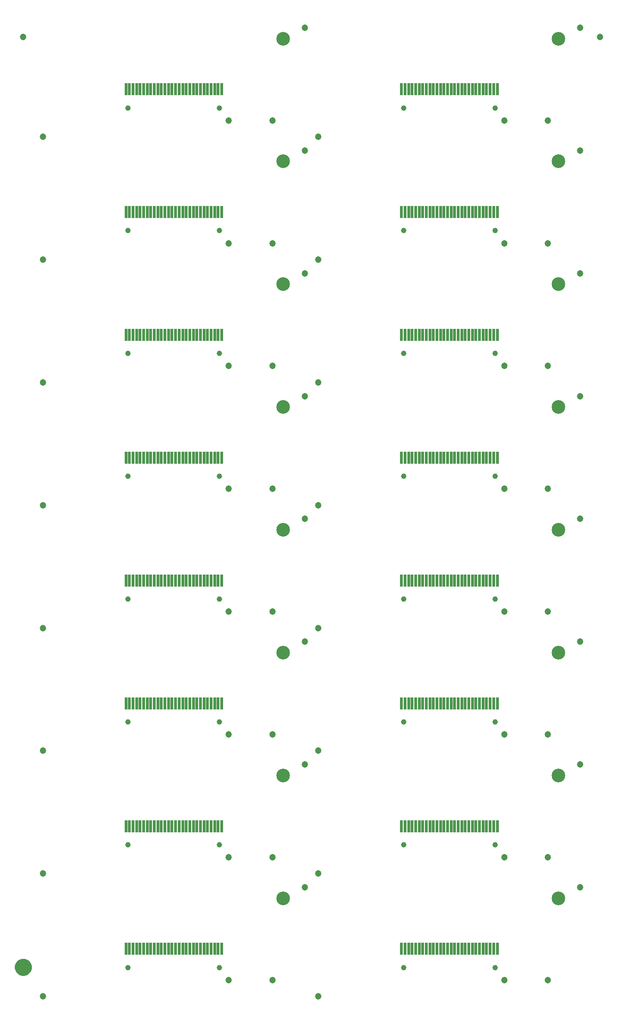
<source format=gbs>
G04 EAGLE Gerber RS-274X export*
G75*
%MOMM*%
%FSLAX34Y34*%
%LPD*%
%INSoldermask Bottom*%
%IPPOS*%
%AMOC8*
5,1,8,0,0,1.08239X$1,22.5*%
G01*
%ADD10R,0.553200X2.203200*%
%ADD11C,1.003200*%
%ADD12C,1.203200*%
%ADD13C,2.503200*%
%ADD14C,1.270000*%
%ADD15C,1.703200*%


D10*
X337750Y97000D03*
X331250Y97000D03*
X324750Y97000D03*
X318250Y97000D03*
X311750Y97000D03*
X305250Y97000D03*
X298750Y97000D03*
X292250Y97000D03*
X285750Y97000D03*
X279250Y97000D03*
X272750Y97000D03*
X266250Y97000D03*
X259750Y97000D03*
X253250Y97000D03*
X246750Y97000D03*
X240250Y97000D03*
X233750Y97000D03*
X227250Y97000D03*
X220750Y97000D03*
X214250Y97000D03*
X207750Y97000D03*
X201250Y97000D03*
X194750Y97000D03*
X188250Y97000D03*
X181750Y97000D03*
X175250Y97000D03*
X168750Y97000D03*
X162250Y97000D03*
D11*
X166250Y63000D03*
X333750Y63000D03*
D12*
X10000Y10000D03*
X490000Y210000D03*
D13*
X450000Y190000D03*
D12*
X430500Y40000D03*
X350500Y40000D03*
D10*
X842829Y97000D03*
X836329Y97000D03*
X829829Y97000D03*
X823329Y97000D03*
X816829Y97000D03*
X810329Y97000D03*
X803829Y97000D03*
X797329Y97000D03*
X790829Y97000D03*
X784329Y97000D03*
X777829Y97000D03*
X771329Y97000D03*
X764829Y97000D03*
X758329Y97000D03*
X751829Y97000D03*
X745329Y97000D03*
X738829Y97000D03*
X732329Y97000D03*
X725829Y97000D03*
X719329Y97000D03*
X712829Y97000D03*
X706329Y97000D03*
X699829Y97000D03*
X693329Y97000D03*
X686829Y97000D03*
X680329Y97000D03*
X673829Y97000D03*
X667329Y97000D03*
D11*
X671329Y63000D03*
X838829Y63000D03*
D12*
X515079Y10000D03*
X995079Y210000D03*
D13*
X955079Y190000D03*
D12*
X935579Y40000D03*
X855579Y40000D03*
D10*
X337750Y322069D03*
X331250Y322069D03*
X324750Y322069D03*
X318250Y322069D03*
X311750Y322069D03*
X305250Y322069D03*
X298750Y322069D03*
X292250Y322069D03*
X285750Y322069D03*
X279250Y322069D03*
X272750Y322069D03*
X266250Y322069D03*
X259750Y322069D03*
X253250Y322069D03*
X246750Y322069D03*
X240250Y322069D03*
X233750Y322069D03*
X227250Y322069D03*
X220750Y322069D03*
X214250Y322069D03*
X207750Y322069D03*
X201250Y322069D03*
X194750Y322069D03*
X188250Y322069D03*
X181750Y322069D03*
X175250Y322069D03*
X168750Y322069D03*
X162250Y322069D03*
D11*
X166250Y288069D03*
X333750Y288069D03*
D12*
X10000Y235069D03*
X490000Y435069D03*
D13*
X450000Y415069D03*
D12*
X430500Y265069D03*
X350500Y265069D03*
D10*
X842829Y322069D03*
X836329Y322069D03*
X829829Y322069D03*
X823329Y322069D03*
X816829Y322069D03*
X810329Y322069D03*
X803829Y322069D03*
X797329Y322069D03*
X790829Y322069D03*
X784329Y322069D03*
X777829Y322069D03*
X771329Y322069D03*
X764829Y322069D03*
X758329Y322069D03*
X751829Y322069D03*
X745329Y322069D03*
X738829Y322069D03*
X732329Y322069D03*
X725829Y322069D03*
X719329Y322069D03*
X712829Y322069D03*
X706329Y322069D03*
X699829Y322069D03*
X693329Y322069D03*
X686829Y322069D03*
X680329Y322069D03*
X673829Y322069D03*
X667329Y322069D03*
D11*
X671329Y288069D03*
X838829Y288069D03*
D12*
X515079Y235069D03*
X995079Y435069D03*
D13*
X955079Y415069D03*
D12*
X935579Y265069D03*
X855579Y265069D03*
D10*
X337750Y547164D03*
X331250Y547164D03*
X324750Y547164D03*
X318250Y547164D03*
X311750Y547164D03*
X305250Y547164D03*
X298750Y547164D03*
X292250Y547164D03*
X285750Y547164D03*
X279250Y547164D03*
X272750Y547164D03*
X266250Y547164D03*
X259750Y547164D03*
X253250Y547164D03*
X246750Y547164D03*
X240250Y547164D03*
X233750Y547164D03*
X227250Y547164D03*
X220750Y547164D03*
X214250Y547164D03*
X207750Y547164D03*
X201250Y547164D03*
X194750Y547164D03*
X188250Y547164D03*
X181750Y547164D03*
X175250Y547164D03*
X168750Y547164D03*
X162250Y547164D03*
D11*
X166250Y513164D03*
X333750Y513164D03*
D12*
X10000Y460164D03*
X490000Y660164D03*
D13*
X450000Y640164D03*
D12*
X430500Y490164D03*
X350500Y490164D03*
D10*
X842829Y547164D03*
X836329Y547164D03*
X829829Y547164D03*
X823329Y547164D03*
X816829Y547164D03*
X810329Y547164D03*
X803829Y547164D03*
X797329Y547164D03*
X790829Y547164D03*
X784329Y547164D03*
X777829Y547164D03*
X771329Y547164D03*
X764829Y547164D03*
X758329Y547164D03*
X751829Y547164D03*
X745329Y547164D03*
X738829Y547164D03*
X732329Y547164D03*
X725829Y547164D03*
X719329Y547164D03*
X712829Y547164D03*
X706329Y547164D03*
X699829Y547164D03*
X693329Y547164D03*
X686829Y547164D03*
X680329Y547164D03*
X673829Y547164D03*
X667329Y547164D03*
D11*
X671329Y513164D03*
X838829Y513164D03*
D12*
X515079Y460164D03*
X995079Y660164D03*
D13*
X955079Y640164D03*
D12*
X935579Y490164D03*
X855579Y490164D03*
D10*
X337750Y772234D03*
X331250Y772234D03*
X324750Y772234D03*
X318250Y772234D03*
X311750Y772234D03*
X305250Y772234D03*
X298750Y772234D03*
X292250Y772234D03*
X285750Y772234D03*
X279250Y772234D03*
X272750Y772234D03*
X266250Y772234D03*
X259750Y772234D03*
X253250Y772234D03*
X246750Y772234D03*
X240250Y772234D03*
X233750Y772234D03*
X227250Y772234D03*
X220750Y772234D03*
X214250Y772234D03*
X207750Y772234D03*
X201250Y772234D03*
X194750Y772234D03*
X188250Y772234D03*
X181750Y772234D03*
X175250Y772234D03*
X168750Y772234D03*
X162250Y772234D03*
D11*
X166250Y738234D03*
X333750Y738234D03*
D12*
X10000Y685234D03*
X490000Y885234D03*
D13*
X450000Y865234D03*
D12*
X430500Y715234D03*
X350500Y715234D03*
D10*
X842829Y772234D03*
X836329Y772234D03*
X829829Y772234D03*
X823329Y772234D03*
X816829Y772234D03*
X810329Y772234D03*
X803829Y772234D03*
X797329Y772234D03*
X790829Y772234D03*
X784329Y772234D03*
X777829Y772234D03*
X771329Y772234D03*
X764829Y772234D03*
X758329Y772234D03*
X751829Y772234D03*
X745329Y772234D03*
X738829Y772234D03*
X732329Y772234D03*
X725829Y772234D03*
X719329Y772234D03*
X712829Y772234D03*
X706329Y772234D03*
X699829Y772234D03*
X693329Y772234D03*
X686829Y772234D03*
X680329Y772234D03*
X673829Y772234D03*
X667329Y772234D03*
D11*
X671329Y738234D03*
X838829Y738234D03*
D12*
X515079Y685234D03*
X995079Y885234D03*
D13*
X955079Y865234D03*
D12*
X935579Y715234D03*
X855579Y715234D03*
D10*
X337750Y997328D03*
X331250Y997328D03*
X324750Y997328D03*
X318250Y997328D03*
X311750Y997328D03*
X305250Y997328D03*
X298750Y997328D03*
X292250Y997328D03*
X285750Y997328D03*
X279250Y997328D03*
X272750Y997328D03*
X266250Y997328D03*
X259750Y997328D03*
X253250Y997328D03*
X246750Y997328D03*
X240250Y997328D03*
X233750Y997328D03*
X227250Y997328D03*
X220750Y997328D03*
X214250Y997328D03*
X207750Y997328D03*
X201250Y997328D03*
X194750Y997328D03*
X188250Y997328D03*
X181750Y997328D03*
X175250Y997328D03*
X168750Y997328D03*
X162250Y997328D03*
D11*
X166250Y963328D03*
X333750Y963328D03*
D12*
X10000Y910328D03*
X490000Y1110328D03*
D13*
X450000Y1090328D03*
D12*
X430500Y940328D03*
X350500Y940328D03*
D10*
X842829Y997328D03*
X836329Y997328D03*
X829829Y997328D03*
X823329Y997328D03*
X816829Y997328D03*
X810329Y997328D03*
X803829Y997328D03*
X797329Y997328D03*
X790829Y997328D03*
X784329Y997328D03*
X777829Y997328D03*
X771329Y997328D03*
X764829Y997328D03*
X758329Y997328D03*
X751829Y997328D03*
X745329Y997328D03*
X738829Y997328D03*
X732329Y997328D03*
X725829Y997328D03*
X719329Y997328D03*
X712829Y997328D03*
X706329Y997328D03*
X699829Y997328D03*
X693329Y997328D03*
X686829Y997328D03*
X680329Y997328D03*
X673829Y997328D03*
X667329Y997328D03*
D11*
X671329Y963328D03*
X838829Y963328D03*
D12*
X515079Y910328D03*
X995079Y1110328D03*
D13*
X955079Y1090328D03*
D12*
X935579Y940328D03*
X855579Y940328D03*
D10*
X337750Y1222398D03*
X331250Y1222398D03*
X324750Y1222398D03*
X318250Y1222398D03*
X311750Y1222398D03*
X305250Y1222398D03*
X298750Y1222398D03*
X292250Y1222398D03*
X285750Y1222398D03*
X279250Y1222398D03*
X272750Y1222398D03*
X266250Y1222398D03*
X259750Y1222398D03*
X253250Y1222398D03*
X246750Y1222398D03*
X240250Y1222398D03*
X233750Y1222398D03*
X227250Y1222398D03*
X220750Y1222398D03*
X214250Y1222398D03*
X207750Y1222398D03*
X201250Y1222398D03*
X194750Y1222398D03*
X188250Y1222398D03*
X181750Y1222398D03*
X175250Y1222398D03*
X168750Y1222398D03*
X162250Y1222398D03*
D11*
X166250Y1188398D03*
X333750Y1188398D03*
D12*
X10000Y1135398D03*
X490000Y1335398D03*
D13*
X450000Y1315398D03*
D12*
X430500Y1165398D03*
X350500Y1165398D03*
D10*
X842829Y1222398D03*
X836329Y1222398D03*
X829829Y1222398D03*
X823329Y1222398D03*
X816829Y1222398D03*
X810329Y1222398D03*
X803829Y1222398D03*
X797329Y1222398D03*
X790829Y1222398D03*
X784329Y1222398D03*
X777829Y1222398D03*
X771329Y1222398D03*
X764829Y1222398D03*
X758329Y1222398D03*
X751829Y1222398D03*
X745329Y1222398D03*
X738829Y1222398D03*
X732329Y1222398D03*
X725829Y1222398D03*
X719329Y1222398D03*
X712829Y1222398D03*
X706329Y1222398D03*
X699829Y1222398D03*
X693329Y1222398D03*
X686829Y1222398D03*
X680329Y1222398D03*
X673829Y1222398D03*
X667329Y1222398D03*
D11*
X671329Y1188398D03*
X838829Y1188398D03*
D12*
X515079Y1135398D03*
X995079Y1335398D03*
D13*
X955079Y1315398D03*
D12*
X935579Y1165398D03*
X855579Y1165398D03*
D10*
X337750Y1447493D03*
X331250Y1447493D03*
X324750Y1447493D03*
X318250Y1447493D03*
X311750Y1447493D03*
X305250Y1447493D03*
X298750Y1447493D03*
X292250Y1447493D03*
X285750Y1447493D03*
X279250Y1447493D03*
X272750Y1447493D03*
X266250Y1447493D03*
X259750Y1447493D03*
X253250Y1447493D03*
X246750Y1447493D03*
X240250Y1447493D03*
X233750Y1447493D03*
X227250Y1447493D03*
X220750Y1447493D03*
X214250Y1447493D03*
X207750Y1447493D03*
X201250Y1447493D03*
X194750Y1447493D03*
X188250Y1447493D03*
X181750Y1447493D03*
X175250Y1447493D03*
X168750Y1447493D03*
X162250Y1447493D03*
D11*
X166250Y1413493D03*
X333750Y1413493D03*
D12*
X10000Y1360493D03*
X490000Y1560493D03*
D13*
X450000Y1540493D03*
D12*
X430500Y1390493D03*
X350500Y1390493D03*
D10*
X842829Y1447493D03*
X836329Y1447493D03*
X829829Y1447493D03*
X823329Y1447493D03*
X816829Y1447493D03*
X810329Y1447493D03*
X803829Y1447493D03*
X797329Y1447493D03*
X790829Y1447493D03*
X784329Y1447493D03*
X777829Y1447493D03*
X771329Y1447493D03*
X764829Y1447493D03*
X758329Y1447493D03*
X751829Y1447493D03*
X745329Y1447493D03*
X738829Y1447493D03*
X732329Y1447493D03*
X725829Y1447493D03*
X719329Y1447493D03*
X712829Y1447493D03*
X706329Y1447493D03*
X699829Y1447493D03*
X693329Y1447493D03*
X686829Y1447493D03*
X680329Y1447493D03*
X673829Y1447493D03*
X667329Y1447493D03*
D11*
X671329Y1413493D03*
X838829Y1413493D03*
D12*
X515079Y1360493D03*
X995079Y1560493D03*
D13*
X955079Y1540493D03*
D12*
X935579Y1390493D03*
X855579Y1390493D03*
D10*
X337750Y1672562D03*
X331250Y1672562D03*
X324750Y1672562D03*
X318250Y1672562D03*
X311750Y1672562D03*
X305250Y1672562D03*
X298750Y1672562D03*
X292250Y1672562D03*
X285750Y1672562D03*
X279250Y1672562D03*
X272750Y1672562D03*
X266250Y1672562D03*
X259750Y1672562D03*
X253250Y1672562D03*
X246750Y1672562D03*
X240250Y1672562D03*
X233750Y1672562D03*
X227250Y1672562D03*
X220750Y1672562D03*
X214250Y1672562D03*
X207750Y1672562D03*
X201250Y1672562D03*
X194750Y1672562D03*
X188250Y1672562D03*
X181750Y1672562D03*
X175250Y1672562D03*
X168750Y1672562D03*
X162250Y1672562D03*
D11*
X166250Y1638562D03*
X333750Y1638562D03*
D12*
X10000Y1585562D03*
X490000Y1785562D03*
D13*
X450000Y1765562D03*
D12*
X430500Y1615562D03*
X350500Y1615562D03*
D10*
X842829Y1672562D03*
X836329Y1672562D03*
X829829Y1672562D03*
X823329Y1672562D03*
X816829Y1672562D03*
X810329Y1672562D03*
X803829Y1672562D03*
X797329Y1672562D03*
X790829Y1672562D03*
X784329Y1672562D03*
X777829Y1672562D03*
X771329Y1672562D03*
X764829Y1672562D03*
X758329Y1672562D03*
X751829Y1672562D03*
X745329Y1672562D03*
X738829Y1672562D03*
X732329Y1672562D03*
X725829Y1672562D03*
X719329Y1672562D03*
X712829Y1672562D03*
X706329Y1672562D03*
X699829Y1672562D03*
X693329Y1672562D03*
X686829Y1672562D03*
X680329Y1672562D03*
X673829Y1672562D03*
X667329Y1672562D03*
D11*
X671329Y1638562D03*
X838829Y1638562D03*
D12*
X515079Y1585562D03*
X995079Y1785562D03*
D13*
X955079Y1765562D03*
D12*
X935579Y1615562D03*
X855579Y1615562D03*
X-26238Y1768881D03*
X1031316Y1768881D03*
D14*
X-35293Y63500D02*
X-35290Y63722D01*
X-35282Y63944D01*
X-35268Y64166D01*
X-35249Y64388D01*
X-35225Y64608D01*
X-35195Y64829D01*
X-35160Y65048D01*
X-35119Y65267D01*
X-35073Y65484D01*
X-35022Y65700D01*
X-34965Y65915D01*
X-34903Y66129D01*
X-34836Y66340D01*
X-34764Y66551D01*
X-34686Y66759D01*
X-34604Y66965D01*
X-34516Y67169D01*
X-34424Y67372D01*
X-34326Y67571D01*
X-34224Y67768D01*
X-34117Y67963D01*
X-34005Y68155D01*
X-33888Y68344D01*
X-33767Y68531D01*
X-33641Y68714D01*
X-33511Y68894D01*
X-33376Y69071D01*
X-33238Y69244D01*
X-33095Y69414D01*
X-32947Y69581D01*
X-32796Y69744D01*
X-32641Y69903D01*
X-32482Y70058D01*
X-32319Y70209D01*
X-32152Y70357D01*
X-31982Y70500D01*
X-31809Y70638D01*
X-31632Y70773D01*
X-31452Y70903D01*
X-31269Y71029D01*
X-31082Y71150D01*
X-30893Y71267D01*
X-30701Y71379D01*
X-30506Y71486D01*
X-30309Y71588D01*
X-30110Y71686D01*
X-29907Y71778D01*
X-29703Y71866D01*
X-29497Y71948D01*
X-29289Y72026D01*
X-29078Y72098D01*
X-28867Y72165D01*
X-28653Y72227D01*
X-28438Y72284D01*
X-28222Y72335D01*
X-28005Y72381D01*
X-27786Y72422D01*
X-27567Y72457D01*
X-27346Y72487D01*
X-27126Y72511D01*
X-26904Y72530D01*
X-26682Y72544D01*
X-26460Y72552D01*
X-26238Y72555D01*
X-26016Y72552D01*
X-25794Y72544D01*
X-25572Y72530D01*
X-25350Y72511D01*
X-25130Y72487D01*
X-24909Y72457D01*
X-24690Y72422D01*
X-24471Y72381D01*
X-24254Y72335D01*
X-24038Y72284D01*
X-23823Y72227D01*
X-23609Y72165D01*
X-23398Y72098D01*
X-23187Y72026D01*
X-22979Y71948D01*
X-22773Y71866D01*
X-22569Y71778D01*
X-22366Y71686D01*
X-22167Y71588D01*
X-21970Y71486D01*
X-21775Y71379D01*
X-21583Y71267D01*
X-21394Y71150D01*
X-21207Y71029D01*
X-21024Y70903D01*
X-20844Y70773D01*
X-20667Y70638D01*
X-20494Y70500D01*
X-20324Y70357D01*
X-20157Y70209D01*
X-19994Y70058D01*
X-19835Y69903D01*
X-19680Y69744D01*
X-19529Y69581D01*
X-19381Y69414D01*
X-19238Y69244D01*
X-19100Y69071D01*
X-18965Y68894D01*
X-18835Y68714D01*
X-18709Y68531D01*
X-18588Y68344D01*
X-18471Y68155D01*
X-18359Y67963D01*
X-18252Y67768D01*
X-18150Y67571D01*
X-18052Y67372D01*
X-17960Y67169D01*
X-17872Y66965D01*
X-17790Y66759D01*
X-17712Y66551D01*
X-17640Y66340D01*
X-17573Y66129D01*
X-17511Y65915D01*
X-17454Y65700D01*
X-17403Y65484D01*
X-17357Y65267D01*
X-17316Y65048D01*
X-17281Y64829D01*
X-17251Y64608D01*
X-17227Y64388D01*
X-17208Y64166D01*
X-17194Y63944D01*
X-17186Y63722D01*
X-17183Y63500D01*
X-17186Y63278D01*
X-17194Y63056D01*
X-17208Y62834D01*
X-17227Y62612D01*
X-17251Y62392D01*
X-17281Y62171D01*
X-17316Y61952D01*
X-17357Y61733D01*
X-17403Y61516D01*
X-17454Y61300D01*
X-17511Y61085D01*
X-17573Y60871D01*
X-17640Y60660D01*
X-17712Y60449D01*
X-17790Y60241D01*
X-17872Y60035D01*
X-17960Y59831D01*
X-18052Y59628D01*
X-18150Y59429D01*
X-18252Y59232D01*
X-18359Y59037D01*
X-18471Y58845D01*
X-18588Y58656D01*
X-18709Y58469D01*
X-18835Y58286D01*
X-18965Y58106D01*
X-19100Y57929D01*
X-19238Y57756D01*
X-19381Y57586D01*
X-19529Y57419D01*
X-19680Y57256D01*
X-19835Y57097D01*
X-19994Y56942D01*
X-20157Y56791D01*
X-20324Y56643D01*
X-20494Y56500D01*
X-20667Y56362D01*
X-20844Y56227D01*
X-21024Y56097D01*
X-21207Y55971D01*
X-21394Y55850D01*
X-21583Y55733D01*
X-21775Y55621D01*
X-21970Y55514D01*
X-22167Y55412D01*
X-22366Y55314D01*
X-22569Y55222D01*
X-22773Y55134D01*
X-22979Y55052D01*
X-23187Y54974D01*
X-23398Y54902D01*
X-23609Y54835D01*
X-23823Y54773D01*
X-24038Y54716D01*
X-24254Y54665D01*
X-24471Y54619D01*
X-24690Y54578D01*
X-24909Y54543D01*
X-25130Y54513D01*
X-25350Y54489D01*
X-25572Y54470D01*
X-25794Y54456D01*
X-26016Y54448D01*
X-26238Y54445D01*
X-26460Y54448D01*
X-26682Y54456D01*
X-26904Y54470D01*
X-27126Y54489D01*
X-27346Y54513D01*
X-27567Y54543D01*
X-27786Y54578D01*
X-28005Y54619D01*
X-28222Y54665D01*
X-28438Y54716D01*
X-28653Y54773D01*
X-28867Y54835D01*
X-29078Y54902D01*
X-29289Y54974D01*
X-29497Y55052D01*
X-29703Y55134D01*
X-29907Y55222D01*
X-30110Y55314D01*
X-30309Y55412D01*
X-30506Y55514D01*
X-30701Y55621D01*
X-30893Y55733D01*
X-31082Y55850D01*
X-31269Y55971D01*
X-31452Y56097D01*
X-31632Y56227D01*
X-31809Y56362D01*
X-31982Y56500D01*
X-32152Y56643D01*
X-32319Y56791D01*
X-32482Y56942D01*
X-32641Y57097D01*
X-32796Y57256D01*
X-32947Y57419D01*
X-33095Y57586D01*
X-33238Y57756D01*
X-33376Y57929D01*
X-33511Y58106D01*
X-33641Y58286D01*
X-33767Y58469D01*
X-33888Y58656D01*
X-34005Y58845D01*
X-34117Y59037D01*
X-34224Y59232D01*
X-34326Y59429D01*
X-34424Y59628D01*
X-34516Y59831D01*
X-34604Y60035D01*
X-34686Y60241D01*
X-34764Y60449D01*
X-34836Y60660D01*
X-34903Y60871D01*
X-34965Y61085D01*
X-35022Y61300D01*
X-35073Y61516D01*
X-35119Y61733D01*
X-35160Y61952D01*
X-35195Y62171D01*
X-35225Y62392D01*
X-35249Y62612D01*
X-35268Y62834D01*
X-35282Y63056D01*
X-35290Y63278D01*
X-35293Y63500D01*
D15*
X-26238Y63500D03*
M02*

</source>
